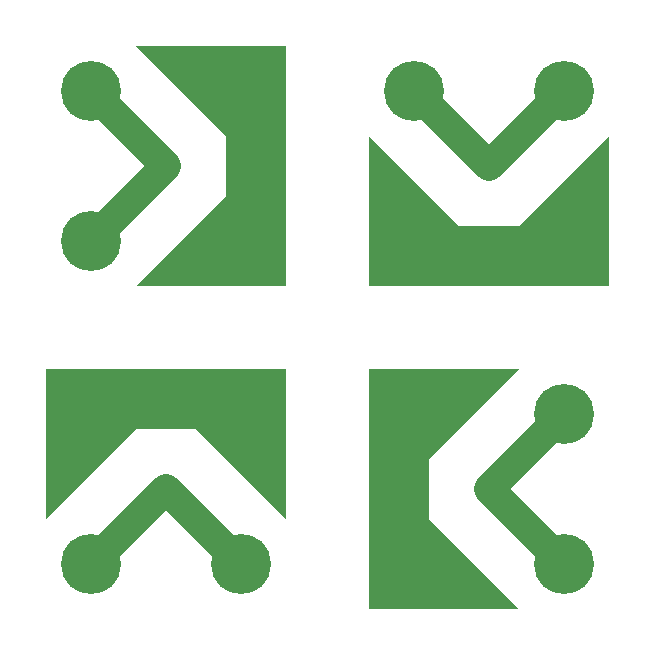
<source format=gbl>
%FSLAX24Y24*%
%MOIN*%
%ADD10C,0.1*%
%ADD11C,0.2*%
%LPD*%
D10*
X7500Y2500D02*
G01*
X5000Y5000D01*
X2500Y2500D01*
D11*
X7500D03*
X2500D03*
G36*
X9000Y9000D02*
X1000D01*
Y4000D01*
X4000Y7000D01*
X6000D01*
X9000Y4000D01*
Y9000D01*
G37*
D10*
X18287Y7500D02*
X15787Y5000D01*
X18287Y2500D01*
D11*
Y7500D03*
Y2500D03*
G36*
X11787Y9000D02*
Y1000D01*
X16787D01*
X13787Y4000D01*
Y6000D01*
X16787Y9000D01*
X11787D01*
G37*
D10*
X2500Y13287D02*
X5000Y15787D01*
X2500Y18287D01*
D11*
Y13287D03*
Y18287D03*
G36*
X9000Y11787D02*
Y19787D01*
X4000D01*
X7000Y16787D01*
Y14787D01*
X4000Y11787D01*
X9000D01*
G37*
D10*
X13287Y18287D02*
X15787Y15787D01*
X18287Y18287D01*
D11*
X13287D03*
X18287D03*
G36*
X11787Y11787D02*
X19787D01*
Y16787D01*
X16787Y13787D01*
X14787D01*
X11787Y16787D01*
Y11787D01*
G37*
M02*

</source>
